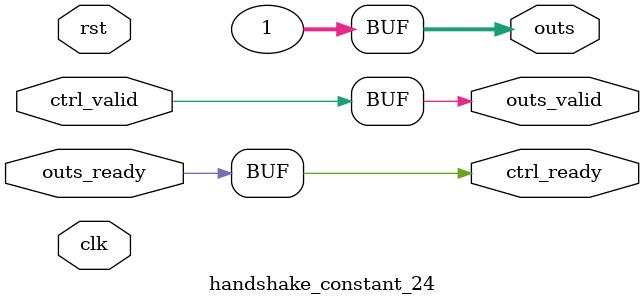
<source format=v>
`timescale 1ns / 1ps
module handshake_constant_24 #(
  parameter DATA_WIDTH = 32  // Default set to 32 bits
) (
  input                       clk,
  input                       rst,
  // Input Channel
  input                       ctrl_valid,
  output                      ctrl_ready,
  // Output Channel
  output [DATA_WIDTH - 1 : 0] outs,
  output                      outs_valid,
  input                       outs_ready
);
  assign outs       = 2'b01;
  assign outs_valid = ctrl_valid;
  assign ctrl_ready = outs_ready;

endmodule

</source>
